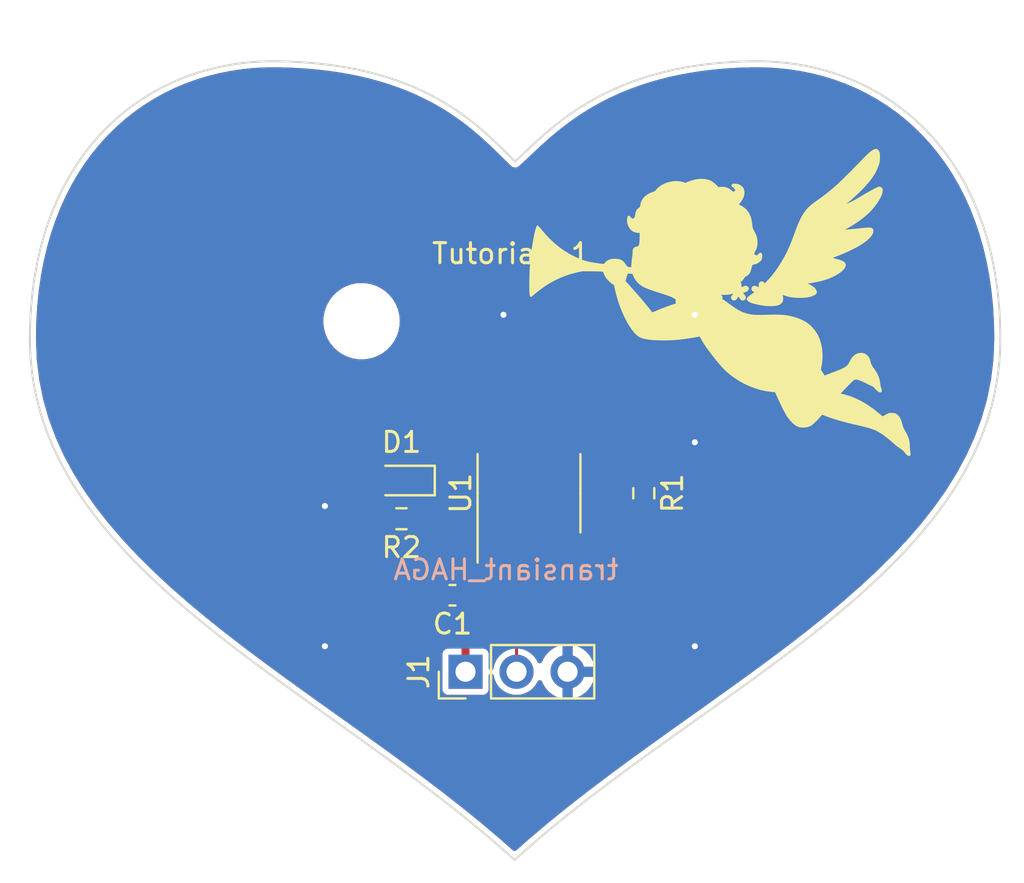
<source format=kicad_pcb>
(kicad_pcb (version 20211014) (generator pcbnew)
  (title_block (title "tutorial1") (rev "1") (company "Continuas_HAGA") (comment 1 "my first KiCad"))
  (layers (0 "F.Cu" signal) (31 "B.Cu" signal) (34 "B.Paste" user) (35 "F.Paste" user) (36 "B.SilkS" user "B.Silkscreen") (37 "F.SilkS" user "F.Silkscreen") (38 "B.Mask" user) (39 "F.Mask" user) (44 "Edge.Cuts" user))
  (net 0 "")
  (net 1 "/INPUT")
  (net 2 "Net-(J1-Pad2)")
  (net 3 "VCC")
  (net 4 "Net-(D1-Pad2)")
  (net 6 "Net-(D1-Pad1)")
  (net 10 "GND")
  (footprint "Resistor_SMD:R_0603_1608Metric_Pad0.98x0.95mm_HandSolder" (layer "F.Cu") (at 136.985 119.84 180)
    (fp_text reference "R2" (at 0 -1.43) (layer "F.SilkS"))
    (fp_text value "1k")
    (fp_line (start -0.254724 0.5225) (end 0.254724 0.5225) (layer "F.SilkS") (width 0.12))
    (fp_line (start -0.254724 -0.5225) (end 0.254724 -0.5225) (layer "F.SilkS") (width 0.12))
    (pad "1" smd roundrect (at -0.9125 0 180) (size 0.975 0.95) (layers "F.Cu" "F.Paste" "F.Mask") (net 3 "VCC"))
    (pad "2" smd roundrect (at 0.9125 0 180) (size 0.975 0.95) (layers "F.Cu" "F.Paste" "F.Mask") (net 4 "Net-(D1-Pad2)"))
  )
  (footprint "Capacitor_SMD:C_0603_1608Metric_Pad1.08x0.95mm_HandSolder" (layer "F.Cu") (at 139.525 123.65 180)
    (fp_text reference "C1" (at 0 -1.43) (layer "F.SilkS"))
    (fp_text value "0.01u")
    (fp_line (start -0.146267 0.51) (end 0.146267 0.51) (layer "F.SilkS") (width 0.12))
    (fp_line (start -0.146267 -0.51) (end 0.146267 -0.51) (layer "F.SilkS") (width 0.12))
    (pad "1" smd roundrect (at -0.8625 0 180) (size 1.075 0.95) (layers "F.Cu" "F.Paste" "F.Mask") (net 3 "VCC"))
    (pad "2" smd roundrect (at 0.8625 0 180) (size 1.075 0.95) (layers "F.Cu" "F.Paste" "F.Mask") (net 10 "GND"))
  )
  (footprint "MountingHole:MountingHole_3.2mm_M3" (layer "F.Cu") (at 135 110)
    (fp_text reference "MH1" hide)
    (fp_text value "MountingHole_3.2mm_M3" hide)
    (pad "" np_thru_hole circle locked (at 0 0) (size 3.2 3.2) (drill 3.2) (layers *.Cu *.Mask))
  )
  (footprint "LED_SMD:LED_0603_1608Metric_Pad1.05x0.95mm_HandSolder" (layer "F.Cu") (at 136.985 117.935 180)
    (fp_text reference "D1" (at 0 1.905) (layer "F.SilkS"))
    (fp_text value "LED")
    (fp_line (start -1.66 0.735) (end 0.8 0.735) (layer "F.SilkS") (width 0.12))
    (fp_line (start -1.66 -0.735) (end -1.66 0.735) (layer "F.SilkS") (width 0.12))
    (fp_line (start 0.8 -0.735) (end -1.66 -0.735) (layer "F.SilkS") (width 0.12))
    (pad "1" smd roundrect (at -0.875 0 180) (size 1.05 0.95) (layers "F.Cu" "F.Paste" "F.Mask") (net 6 "Net-(D1-Pad1)"))
    (pad "2" smd roundrect (at 0.875 0 180) (size 1.05 0.95) (layers "F.Cu" "F.Paste" "F.Mask") (net 4 "Net-(D1-Pad2)"))
  )
  (footprint "Connector_PinHeader_2.54mm:PinHeader_1x03_P2.54mm_Vertical" (layer "F.Cu") (at 140.175 127.46 90)
    (fp_text reference "J1" (at 0 -2.33 90) (layer "F.SilkS"))
    (fp_text value "Conn_01x03_Male")
    (fp_line (start -1.33 -1.33) (end 0 -1.33) (layer "F.SilkS") (width 0.12))
    (fp_line (start -1.33 6.41) (end 1.33 6.41) (layer "F.SilkS") (width 0.12))
    (fp_line (start -1.33 1.27) (end -1.33 6.41) (layer "F.SilkS") (width 0.12))
    (fp_line (start 1.33 1.27) (end 1.33 6.41) (layer "F.SilkS") (width 0.12))
    (fp_line (start -1.33 1.27) (end 1.33 1.27) (layer "F.SilkS") (width 0.12))
    (fp_line (start -1.33 0) (end -1.33 -1.33) (layer "F.SilkS") (width 0.12))
    (pad "1" thru_hole rect (at 0 0 90) (size 1.7 1.7) (drill 1) (layers *.Cu *.Mask) (net 3 "VCC"))
    (pad "2" thru_hole oval (at 0 2.54 90) (size 1.7 1.7) (drill 1) (layers *.Cu *.Mask) (net 2 "Net-(J1-Pad2)"))
    (pad "3" thru_hole oval (at 0 5.08 90) (size 1.7 1.7) (drill 1) (layers *.Cu *.Mask) (net 10 "GND"))
  )
  (footprint "Resistor_SMD:R_0603_1608Metric_Pad0.98x0.95mm_HandSolder" (layer "F.Cu") (at 149.05 118.57 -90)
    (fp_text reference "R1" (at 0 -1.43 90) (layer "F.SilkS"))
    (fp_text value "100")
    (fp_line (start -0.254724 0.5225) (end 0.254724 0.5225) (layer "F.SilkS") (width 0.12))
    (fp_line (start -0.254724 -0.5225) (end 0.254724 -0.5225) (layer "F.SilkS") (width 0.12))
    (pad "1" smd roundrect (at -0.9125 0 270) (size 0.975 0.95) (layers "F.Cu" "F.Paste" "F.Mask") (net 1 "/INPUT"))
    (pad "2" smd roundrect (at 0.9125 0 270) (size 0.975 0.95) (layers "F.Cu" "F.Paste" "F.Mask") (net 2 "Net-(J1-Pad2)"))
  )
  (footprint "LOGO" (layer "F.Cu") (at 153 109)
    (fp_text reference "G***" (at 0 0) (layer "F.SilkS") (effects (font (size 1.524 1.524) (thickness 0.3))))
    (fp_text value "LOGO" hide)
    (fp_poly (pts (xy -0.885988 -6.081074) (xy -0.733584 -6.045456) (xy -0.670196 -6.022476) (xy -0.600426 -5.990451) (xy -0.534912 -5.951654) (xy -0.468005 -5.902062) (xy -0.394055 -5.837653) (xy -0.343777 -5.790048) (xy -0.227553 -5.677507) (xy -0.170443 -5.687656) (xy -0.038169 -5.697929) (xy 0.093564 -5.68272) (xy 0.221459 -5.643072) (xy 0.342217 -5.580027) (xy 0.452541 -5.494628) (xy 0.458835 -5.488741) (xy 0.511004 -5.439427) (xy 0.539694 -5.466381) (xy 0.567924 -5.486124) (xy 0.590859 -5.493334) (xy 0.607725 -5.495315) (xy 0.611523 -5.505284) (xy 0.602355 -5.529279) (xy 0.591811 -5.550663) (xy 0.567932 -5.589691) (xy 0.538592 -5.626505) (xy 0.509903 -5.654375) (xy 0.487974 -5.666569) (xy 0.486496 -5.666667) (xy 0.465015 -5.676833) (xy 0.439865 -5.700813) (xy 0.419817 -5.728837) (xy 0.413333 -5.748202) (xy 0.42212 -5.787379) (xy 0.443879 -5.823805) (xy 0.47171 -5.846677) (xy 0.477533 -5.848709) (xy 0.521395 -5.853581) (xy 0.58201 -5.852092) (xy 0.650496 -5.845222) (xy 0.717968 -5.833946) (xy 0.775542 -5.819244) (xy 0.789355 -5.814389) (xy 0.870694 -5.771989) (xy 0.943977 -5.712762) (xy 1.002124 -5.643164) (xy 1.027725 -5.59706) (xy 1.051155 -5.519083) (xy 1.060944 -5.426947) (xy 1.057185 -5.329351) (xy 1.039967 -5.234996) (xy 1.023407 -5.184047) (xy 0.961863 -5.056739) (xy 0.882237 -4.938277) (xy 0.837341 -4.885327) (xy 0.807091 -4.850511) (xy 0.794146 -4.829054) (xy 0.796159 -4.816287) (xy 0.800756 -4.812484) (xy 0.820433 -4.800753) (xy 0.857005 -4.779623) (xy 0.904116 -4.752753) (xy 0.928862 -4.738746) (xy 1.055488 -4.656039) (xy 1.159693 -4.562869) (xy 1.2446 -4.456435) (xy 1.24605 -4.45426) (xy 1.306243 -4.354762) (xy 1.353983 -4.254113) (xy 1.391147 -4.146528) (xy 1.419613 -4.026221) (xy 1.441258 -3.887406) (xy 1.447575 -3.833334) (xy 1.454748 -3.767884) (xy 1.461337 -3.716881) (xy 1.469201 -3.674874) (xy 1.480203 -3.636413) (xy 1.496205 -3.596047) (xy 1.519067 -3.548327) (xy 1.550652 -3.487802) (xy 1.591918 -3.410704) (xy 1.644441 -3.300875) (xy 1.680218 -3.195409) (xy 1.701459 -3.085318) (xy 1.710373 -2.961618) (xy 1.710941 -2.926667) (xy 1.709483 -2.83443) (xy 1.702331 -2.75735) (xy 1.687453 -2.68707) (xy 1.662818 -2.615236) (xy 1.626395 -2.533492) (xy 1.60459 -2.489199) (xy 1.572579 -2.421777) (xy 1.5552 -2.37315) (xy 1.552811 -2.339585) (xy 1.565774 -2.317351) (xy 1.594448 -2.302715) (xy 1.623315 -2.295153) (xy 1.686666 -2.281471) (xy 1.753752 -2.347403) (xy 1.80415 -2.390638) (xy 1.845658 -2.410859) (xy 1.88157 -2.408769) (xy 1.915182 -2.385074) (xy 1.917675 -2.382474) (xy 1.936699 -2.345738) (xy 1.94613 -2.291363) (xy 1.946635 -2.226323) (xy 1.938878 -2.157594) (xy 1.923528 -2.092151) (xy 1.901248 -2.036969) (xy 1.881942 -2.008246) (xy 1.860931 -1.988923) (xy 1.824786 -1.960067) (xy 1.780423 -1.92714) (xy 1.768834 -1.918896) (xy 1.707352 -1.879385) (xy 1.650831 -1.853315) (xy 1.585943 -1.834721) (xy 1.575501 -1.83239) (xy 1.525682 -1.820607) (xy 1.486103 -1.80951) (xy 1.463967 -1.801161) (xy 1.462216 -1.799957) (xy 1.45463 -1.783653) (xy 1.442387 -1.747031) (xy 1.427233 -1.69566) (xy 1.412202 -1.640109) (xy 1.382746 -1.534881) (xy 1.353962 -1.452116) (xy 1.323383 -1.387798) (xy 1.288538 -1.337911) (xy 1.246958 -1.298436) (xy 1.196174 -1.265357) (xy 1.174886 -1.254102) (xy 1.130819 -1.228557) (xy 1.094993 -1.198291) (xy 1.059601 -1.15591) (xy 1.035962 -1.122521) (xy 0.983689 -1.054231) (xy 0.925731 -0.996669) (xy 0.856575 -0.945593) (xy 0.770706 -0.896759) (xy 0.695702 -0.860727) (xy 0.664944 -0.842011) (xy 0.655126 -0.820529) (xy 0.655702 -0.810612) (xy 0.673205 -0.778464) (xy 0.714683 -0.757418) (xy 0.779805 -0.747613) (xy 0.807675 -0.746864) (xy 0.856739 -0.744909) (xy 0.88817 -0.737667) (xy 0.910857 -0.722627) (xy 0.917675 -0.715808) (xy 0.938407 -0.685673) (xy 0.946666 -0.658302) (xy 0.935471 -0.627732) (xy 0.907027 -0.594973) (xy 0.869045 -0.567222) (xy 0.833333 -0.552535) (xy 0.794626 -0.537713) (xy 0.766666 -0.519705) (xy 0.696431 -0.469459) (xy 0.605713 -0.422262) (xy 0.500692 -0.380496) (xy 0.387542 -0.346545) (xy 0.272442 -0.322793) (xy 0.246666 -0.319065) (xy 0.113327 -0.309686) (xy -0.028135 -0.314175) (xy -0.165156 -0.331813) (xy -0.232951 -0.346569) (xy -0.336233 -0.365678) (xy -0.441417 -0.372694) (xy -0.445467 -0.372682) (xy -0.553334 -0.37203) (xy -0.469869 -0.33991) (xy -0.396277 -0.310062) (xy -0.324874 -0.277545) (xy -0.252706 -0.240536) (xy -0.17682 -0.197212) (xy -0.094263 -0.14575) (xy -0.00208 -0.084326) (xy 0.102681 -0.011117) (xy 0.222973 0.0757) (xy 0.325501 0.15109) (xy 0.461375 0.249735) (xy 0.58152 0.332538) (xy 0.689873 0.401666) (xy 0.790369 0.459289) (xy 0.886945 0.507574) (xy 0.983537 0.54869) (xy 1.084081 0.584806) (xy 1.151138 0.605941) (xy 1.220266 0.62569) (xy 1.287544 0.642318) (xy 1.355697 0.655983) (xy 1.427447 0.666841) (xy 1.505517 0.675051) (xy 1.59263 0.680769) (xy 1.691509 0.684152) (xy 1.804875 0.685358) (xy 1.935454 0.684544) (xy 2.085966 0.681867) (xy 2.259135 0.677484) (xy 2.346666 0.674952) (xy 2.536043 0.670919) (xy 2.703672 0.671097) (xy 2.854196 0.675873) (xy 2.992259 0.685632) (xy 3.122502 0.700761) (xy 3.249569 0.721646) (xy 3.378103 0.748675) (xy 3.454375 0.767121) (xy 3.681982 0.833999) (xy 3.887717 0.91479) (xy 4.072998 1.010419) (xy 4.239244 1.121811) (xy 4.387873 1.249891) (xy 4.520304 1.395586) (xy 4.614533 1.52394) (xy 4.674416 1.617005) (xy 4.722121 1.700601) (xy 4.763056 1.785302) (xy 4.802631 1.881683) (xy 4.817112 1.92) (xy 4.884718 2.139044) (xy 4.929362 2.369209) (xy 4.950874 2.607768) (xy 4.94908 2.851996) (xy 4.923811 3.099167) (xy 4.899834 3.235427) (xy 4.866068 3.402193) (xy 4.915683 3.48443) (xy 4.948898 3.538932) (xy 4.984408 3.596362) (xy 5.008812 3.635239) (xy 5.052326 3.703812) (xy 5.413516 3.565383) (xy 5.550489 3.512692) (xy 5.665144 3.468063) (xy 5.760171 3.430307) (xy 5.838263 3.398238) (xy 5.902113 3.370667) (xy 5.954412 3.346407) (xy 5.997853 3.32427) (xy 6.035127 3.303069) (xy 6.068928 3.281615) (xy 6.090912 3.26655) (xy 6.141484 3.22908) (xy 6.181811 3.193225) (xy 6.216097 3.153528) (xy 6.248547 3.10453) (xy 6.283364 3.040777) (xy 6.316786 2.973333) (xy 6.388985 2.847149) (xy 6.471891 2.744402) (xy 6.564896 2.665517) (xy 6.667386 2.610922) (xy 6.778753 2.581041) (xy 6.88652 2.575653) (xy 6.977854 2.586407) (xy 7.054646 2.612016) (xy 7.125018 2.656142) (xy 7.185242 2.710328) (xy 7.252049 2.788911) (xy 7.299316 2.873352) (xy 7.33146 2.972072) (xy 7.337913 3.001249) (xy 7.353373 3.069815) (xy 7.370743 3.127162) (xy 7.393178 3.179733) (xy 7.423829 3.233975) (xy 7.465849 3.296333) (xy 7.515171 3.363621) (xy 7.621097 3.518203) (xy 7.703224 3.668216) (xy 7.763083 3.817417) (xy 7.802208 3.969562) (xy 7.821054 4.113333) (xy 7.83431 4.214124) (xy 7.859185 4.304134) (xy 7.869727 4.332034) (xy 7.894763 4.409905) (xy 7.901286 4.471096) (xy 7.88948 4.514774) (xy 7.859532 4.54011) (xy 7.8217 4.546616) (xy 7.783467 4.540763) (xy 7.741899 4.521804) (xy 7.693759 4.487506) (xy 7.635813 4.435635) (xy 7.58 4.379756) (xy 7.473333 4.269438) (xy 7.146666 4.108393) (xy 7.021932 4.047907) (xy 6.917468 3.999721) (xy 6.830414 3.962863) (xy 6.757909 3.936361) (xy 6.697095 3.919243) (xy 6.64511 3.910539) (xy 6.599095 3.909277) (xy 6.56927 3.912245) (xy 6.549395 3.916406) (xy 6.529729 3.924209) (xy 6.507376 3.938058) (xy 6.47944 3.960356) (xy 6.443026 3.993508) (xy 6.395239 4.039916) (xy 6.333182 4.101984) (xy 6.298445 4.137066) (xy 6.227842 4.208873) (xy 6.155286 4.283347) (xy 6.085738 4.355346) (xy 6.024161 4.419727) (xy 5.975518 4.47135) (xy 5.968161 4.479277) (xy 5.851663 4.605222) (xy 6.015831 4.641371) (xy 6.203845 4.69161) (xy 6.403569 4.761383) (xy 6.61095 4.848713) (xy 6.821937 4.951628) (xy 7.032474 5.06815) (xy 7.238511 5.196306) (xy 7.433333 5.332153) (xy 7.491774 5.37623) (xy 7.563249 5.431512) (xy 7.640293 5.49215) (xy 7.71544 5.552294) (xy 7.746666 5.577653) (xy 7.806292 5.626289) (xy 7.859231 5.669366) (xy 7.90182 5.703913) (xy 7.930396 5.726956) (xy 7.940755 5.735148) (xy 7.958579 5.733573) (xy 7.990397 5.71794) (xy 8.020755 5.69793) (xy 8.069189 5.666098) (xy 8.12779 5.632067) (xy 8.173333 5.608437) (xy 8.216281 5.588862) (xy 8.25234 5.576563) (xy 8.290274 5.569877) (xy 8.338845 5.56714) (xy 8.393333 5.566676) (xy 8.457303 5.567414) (xy 8.502692 5.5706) (xy 8.537564 5.577707) (xy 8.569987 5.59021) (xy 8.597521 5.604001) (xy 8.680944 5.658717) (xy 8.751659 5.729364) (xy 8.811234 5.818354) (xy 8.86124 5.9281) (xy 8.903245 6.061016) (xy 8.908824 6.082592) (xy 8.935086 6.180785) (xy 8.960666 6.261002) (xy 8.988973 6.331618) (xy 9.023414 6.401008) (xy 9.067397 6.477548) (xy 9.073897 6.488302) (xy 9.146242 6.618289) (xy 9.204912 6.749657) (xy 9.24779 6.869831) (xy 9.261289 6.914398) (xy 9.271417 6.956749) (xy 9.27892 7.002653) (xy 9.284548 7.057879) (xy 9.289049 7.128196) (xy 9.293169 7.219374) (xy 9.293194 7.22) (xy 9.297187 7.300821) (xy 9.302232 7.375494) (xy 9.307862 7.438654) (xy 9.313612 7.484936) (xy 9.318104 7.506578) (xy 9.331652 7.569147) (xy 9.332019 7.627624) (xy 9.319671 7.674383) (xy 9.306666 7.693333) (xy 9.27778 7.714169) (xy 9.245934 7.717249) (xy 9.2044 7.70238) (xy 9.18062 7.689704) (xy 9.141235 7.660531) (xy 9.101164 7.620413) (xy 9.08482 7.599923) (xy 9.033594 7.53242) (xy 8.983657 7.476137) (xy 8.928836 7.4254) (xy 8.862953 7.374535) (xy 8.779834 7.317868) (xy 8.772845 7.313299) (xy 8.598023 7.186174) (xy 8.446178 7.053856) (xy 8.333083 6.952015) (xy 8.210515 6.85017) (xy 8.082899 6.751482) (xy 7.95466 6.659114) (xy 7.830222 6.576228) (xy 7.714012 6.505986) (xy 7.610454 6.451549) (xy 7.590253 6.442208) (xy 7.513688 6.409813) (xy 7.429402 6.378247) (xy 7.334713 6.346745) (xy 7.226937 6.314539) (xy 7.103393 6.280864) (xy 6.961399 6.244952) (xy 6.798273 6.206036) (xy 6.626775 6.166821) (xy 6.415425 6.117577) (xy 6.20435 6.065157) (xy 5.997025 6.010569) (xy 5.796923 5.954826) (xy 5.607519 5.898936) (xy 5.432289 5.843909) (xy 5.274705 5.790756) (xy 5.138243 5.740487) (xy 5.08 5.717155) (xy 5.025703 5.694751) (xy 4.980242 5.676119) (xy 4.949504 5.663667) (xy 4.94 5.659951) (xy 4.926954 5.667783) (xy 4.900372 5.692575) (xy 4.863762 5.730774) (xy 4.82063 5.77883) (xy 4.806666 5.794961) (xy 4.725753 5.885941) (xy 4.642748 5.973339) (xy 4.561684 6.05325) (xy 4.486599 6.121767) (xy 4.421528 6.174984) (xy 4.393106 6.195235) (xy 4.294458 6.24696) (xy 4.180309 6.280821) (xy 4.048449 6.297377) (xy 3.98 6.299337) (xy 3.88082 6.295827) (xy 3.798125 6.283017) (xy 3.722553 6.258164) (xy 3.644739 6.218524) (xy 3.591542 6.1855) (xy 3.521491 6.132513) (xy 3.443764 6.061193) (xy 3.363214 5.976749) (xy 3.284696 5.884386) (xy 3.213065 5.789313) (xy 3.188114 5.752731) (xy 3.132476 5.663009) (xy 3.068419 5.549806) (xy 2.996736 5.414667) (xy 2.918218 5.259136) (xy 2.833661 5.084759) (xy 2.743855 4.893079) (xy 2.71947 4.84) (xy 2.68169 4.757454) (xy 2.647799 4.683435) (xy 2.619307 4.621235) (xy 2.597722 4.574147) (xy 2.584552 4.545464) (xy 2.581094 4.537988) (xy 2.568206 4.536141) (xy 2.533714 4.532514) (xy 2.482583 4.527597) (xy 2.41978 4.521881) (xy 2.406666 4.520721) (xy 2.132114 4.484171) (xy 1.853839 4.423186) (xy 1.575134 4.339057) (xy 1.299293 4.233075) (xy 1.029608 4.106534) (xy 0.769372 3.960723) (xy 0.521879 3.796935) (xy 0.475874 3.763377) (xy 0.359031 3.674355) (xy 0.25194 3.587101) (xy 0.151149 3.498156) (xy 0.05321 3.404066) (xy -0.04533 3.301374) (xy -0.147921 3.186623) (xy -0.258012 3.056357) (xy -0.379055 2.907121) (xy -0.379418 2.906666) (xy -0.505853 2.747255) (xy -0.616405 2.605402) (xy -0.712809 2.478646) (xy -0.796798 2.364525) (xy -0.870108 2.260579) (xy -0.934473 2.164346) (xy -0.991627 2.073365) (xy -1.043303 1.985176) (xy -1.091238 1.897316) (xy -1.092816 1.894318) (xy -1.126597 1.832337) (xy -1.151714 1.792061) (xy -1.170145 1.770741) (xy -1.183866 1.765631) (xy -1.185209 1.765952) (xy -1.211408 1.771994) (xy -1.259738 1.78127) (xy -1.325954 1.793088) (xy -1.405812 1.806758) (xy -1.495067 1.821587) (xy -1.589473 1.836883) (xy -1.684787 1.851955) (xy -1.776762 1.86611) (xy -1.861155 1.878657) (xy -1.933721 1.888905) (xy -1.965176 1.89307) (xy -2.177584 1.918271) (xy -2.373244 1.936812) (xy -2.561097 1.94919) (xy -2.750084 1.955903) (xy -2.949144 1.957447) (xy -3.093334 1.955825) (xy -3.24443 1.952427) (xy -3.374181 1.947663) (xy -3.487894 1.941043) (xy -3.590876 1.932075) (xy -3.688435 1.920269) (xy -3.785878 1.905134) (xy -3.888511 1.886178) (xy -3.924909 1.878902) (xy -4.044701 1.847016) (xy -4.151726 1.801224) (xy -4.250892 1.738466) (xy -4.347106 1.655683) (xy -4.436552 1.56) (xy -4.557207 1.406783) (xy -4.67611 1.229911) (xy -4.791955 1.032392) (xy -4.903436 0.817233) (xy -5.009247 0.587442) (xy -5.108082 0.346027) (xy -5.198635 0.095995) (xy -5.279599 -0.159646) (xy -5.349669 -0.417888) (xy -5.407539 -0.675724) (xy -5.407698 -0.676517) (xy -5.43232 -0.799699) (xy -5.512827 -0.848989) (xy -5.569955 -0.889955) (xy -5.636 -0.946722) (xy -5.693791 -1.002434) (xy -4.858343 -1.002434) (xy -4.792505 -0.928934) (xy -4.765904 -0.899237) (xy -4.724629 -0.853161) (xy -4.671801 -0.794186) (xy -4.610538 -0.725797) (xy -4.54396 -0.651475) (xy -4.477887 -0.577717) (xy -4.286622 -0.36208) (xy -4.111383 -0.159926) (xy -3.948423 0.033158) (xy -3.793998 0.221586) (xy -3.702817 0.335587) (xy -3.650566 0.401328) (xy -3.604087 0.459453) (xy -3.56585 0.506903) (xy -3.538325 0.540617) (xy -3.523982 0.557534) (xy -3.522532 0.558921) (xy -3.509479 0.554351) (xy -3.476402 0.541058) (xy -3.427761 0.520879) (xy -3.368018 0.495651) (xy -3.342532 0.48478) (xy -3.14002 0.400113) (xy -2.946155 0.322916) (xy -2.76361 0.25415) (xy -2.595056 0.19477) (xy -2.443165 0.145735) (xy -2.31061 0.108003) (xy -2.249531 0.093012) (xy -2.195327 0.080205) (xy -2.152919 0.06941) (xy -2.127601 0.06202) (xy -2.122864 0.059636) (xy -2.138395 0.048944) (xy -2.172323 0.027591) (xy -2.220007 -0.001647) (xy -2.276808 -0.035999) (xy -2.338086 -0.07269) (xy -2.399201 -0.108947) (xy -2.455515 -0.141997) (xy -2.502386 -0.169064) (xy -2.535176 -0.187377) (xy -2.542516 -0.19123) (xy -2.585366 -0.210937) (xy -2.644354 -0.23464) (xy -2.721053 -0.262885) (xy -2.817033 -0.296216) (xy -2.933866 -0.335179) (xy -3.073124 -0.380319) (xy -3.236379 -0.432181) (xy -3.245568 -0.435076) (xy -3.420787 -0.491318) (xy -3.572639 -0.542581) (xy -3.70369 -0.59008) (xy -3.816511 -0.635032) (xy -3.91367 -0.678653) (xy -3.997735 -0.722158) (xy -4.071275 -0.766765) (xy -4.13686 -0.81369) (xy -4.197056 -0.864148) (xy -4.242104 -0.906922) (xy -4.30963 -0.982777) (xy -4.374478 -1.071119) (xy -4.430925 -1.163228) (xy -4.473248 -1.250384) (xy -4.481328 -1.271422) (xy -4.51193 -1.356752) (xy -4.591255 -1.365043) (xy -4.642476 -1.369642) (xy -4.689409 -1.372608) (xy -4.711956 -1.373233) (xy -4.725675 -1.373267) (xy -4.736642 -1.371396) (xy -4.746164 -1.364543) (xy -4.755546 -1.349631) (xy -4.766094 -1.323585) (xy -4.779113 -1.283329) (xy -4.795908 -1.225785) (xy -4.817785 -1.147878) (xy -4.837295 -1.077884) (xy -4.858343 -1.002434) (xy -5.693791 -1.002434) (xy -5.704831 -1.013077) (xy -5.770312 -1.082809) (xy -5.826313 -1.149704) (xy -5.866514 -1.207243) (xy -5.896975 -1.264583) (xy -5.926447 -1.330262) (xy -5.94244 -1.372563) (xy -5.958665 -1.418679) (xy -5.972193 -1.445731) (xy -5.988577 -1.460017) (xy -6.013368 -1.467832) (xy -6.029259 -1.471013) (xy -6.056075 -1.473695) (xy -6.105991 -1.476277) (xy -6.175442 -1.478667) (xy -6.260863 -1.480774) (xy -6.358688 -1.482506) (xy -6.465351 -1.483771) (xy -6.546667 -1.484347) (xy -7.006667 -1.486667) (xy -7.206667 -1.443999) (xy -7.49619 -1.373943) (xy -7.769153 -1.290172) (xy -8.033259 -1.190038) (xy -8.296209 -1.070895) (xy -8.305219 -1.066479) (xy -8.477834 -0.977946) (xy -8.641222 -0.885928) (xy -8.800154 -0.787253) (xy -8.9594 -0.678753) (xy -9.123729 -0.557257) (xy -9.297911 -0.419594) (xy -9.38 -0.352173) (xy -9.448531 -0.295672) (xy -9.499794 -0.2548) (xy -9.536834 -0.227906) (xy -9.562693 -0.213338) (xy -9.580412 -0.209444) (xy -9.593034 -0.214571) (xy -9.603602 -0.227068) (xy -9.605392 -0.229775) (xy -9.618226 -0.256555) (xy -9.628807 -0.295084) (xy -9.637243 -0.347273) (xy -9.643641 -0.415037) (xy -9.64811 -0.50029) (xy -9.650756 -0.604944) (xy -9.651687 -0.730913) (xy -9.651011 -0.88011) (xy -9.649445 -1.013334) (xy -9.644207 -1.267231) (xy -9.635686 -1.501581) (xy -9.623344 -1.72336) (xy -9.606643 -1.939544) (xy -9.585045 -2.157112) (xy -9.558012 -2.38304) (xy -9.525627 -2.62) (xy -9.496942 -2.810538) (xy -9.467435 -2.989386) (xy -9.437532 -3.154592) (xy -9.407657 -3.304202) (xy -9.378237 -3.436264) (xy -9.349696 -3.548824) (xy -9.32246 -3.639928) (xy -9.296956 -3.707624) (xy -9.282384 -3.736667) (xy -9.260618 -3.762405) (xy -9.238083 -3.773331) (xy -9.237781 -3.773334) (xy -9.220512 -3.763243) (xy -9.190617 -3.735274) (xy -9.151472 -3.692879) (xy -9.106454 -3.639511) (xy -9.10415 -3.636667) (xy -8.876622 -3.368293) (xy -8.647924 -3.125098) (xy -8.416211 -2.905603) (xy -8.179639 -2.70833) (xy -7.936363 -2.5318) (xy -7.68454 -2.374534) (xy -7.422325 -2.235053) (xy -7.26468 -2.161689) (xy -7.150666 -2.112749) (xy -7.044672 -2.070916) (xy -6.942113 -2.034979) (xy -6.838405 -2.003726) (xy -6.728963 -1.975948) (xy -6.609203 -1.950434) (xy -6.474539 -1.925971) (xy -6.320387 -1.901351) (xy -6.225835 -1.887333) (xy -6.125973 -1.873128) (xy -6.049583 -1.863055) (xy -5.993825 -1.856904) (xy -5.955858 -1.854467) (xy -5.932845 -1.855534) (xy -5.921944 -1.859895) (xy -5.92 -1.86479) (xy -5.910512 -1.884771) (xy -5.885759 -1.915742) (xy -5.851313 -1.952051) (xy -5.812743 -1.988043) (xy -5.77562 -2.018063) (xy -5.756461 -2.030796) (xy -5.665742 -2.071394) (xy -5.558492 -2.09889) (xy -5.441731 -2.112687) (xy -5.322483 -2.112189) (xy -5.207769 -2.096798) (xy -5.150887 -2.0823) (xy -5.076916 -2.054926) (xy -5.014561 -2.01956) (xy -4.958351 -1.971717) (xy -4.902816 -1.90691) (xy -4.855191 -1.839826) (xy -4.814793 -1.781063) (xy -4.782963 -1.741134) (xy -4.754093 -1.716284) (xy -4.722576 -1.702761) (xy -4.682805 -1.69681) (xy -4.638716 -1.694911) (xy -4.577432 -1.693334) (xy -4.568587 -1.850001) (xy -4.562225 -1.932622) (xy -4.552328 -2.027087) (xy -4.540497 -2.119069) (xy -4.533208 -2.166667) (xy -4.522244 -2.242705) (xy -4.513485 -2.322339) (xy -4.507997 -2.394699) (xy -4.50667 -2.437095) (xy -4.50433 -2.498642) (xy -4.49805 -2.552705) (xy -4.488936 -2.589929) (xy -4.48848 -2.591051) (xy -4.454214 -2.643822) (xy -4.403839 -2.686453) (xy -4.346597 -2.711503) (xy -4.336275 -2.713571) (xy -4.281927 -2.723031) (xy -4.247399 -2.731844) (xy -4.226049 -2.742683) (xy -4.211236 -2.758216) (xy -4.205861 -2.766026) (xy -4.190419 -2.802194) (xy -4.17801 -2.85964) (xy -4.168486 -2.939646) (xy -4.1617 -3.043497) (xy -4.157503 -3.172477) (xy -4.157188 -3.188516) (xy -4.153334 -3.397031) (xy -4.261444 -3.402693) (xy -4.371264 -3.418967) (xy -4.468353 -3.456836) (xy -4.557301 -3.518369) (xy -4.594126 -3.552555) (xy -4.652629 -3.623487) (xy -4.705895 -3.710888) (xy -4.748483 -3.804563) (xy -4.774046 -3.889833) (xy -4.783505 -3.960027) (xy -4.785171 -4.035396) (xy -4.779688 -4.108543) (xy -4.767698 -4.172072) (xy -4.749845 -4.218586) (xy -4.744774 -4.226377) (xy -4.715896 -4.254269) (xy -4.685933 -4.258301) (xy -4.651884 -4.23804) (xy -4.62383 -4.208958) (xy -4.580146 -4.158399) (xy -4.548868 -4.126147) (xy -4.524891 -4.110393) (xy -4.503114 -4.109328) (xy -4.478435 -4.121145) (xy -4.445751 -4.144034) (xy -4.444078 -4.145247) (xy -4.416833 -4.166165) (xy -4.400312 -4.185228) (xy -4.391022 -4.210284) (xy -4.385472 -4.249183) (xy -4.382351 -4.284013) (xy -4.363286 -4.399206) (xy -4.327591 -4.49881) (xy -4.276529 -4.580451) (xy -4.211366 -4.641756) (xy -4.182405 -4.659638) (xy -4.156788 -4.675494) (xy -4.142071 -4.693643) (xy -4.134043 -4.722422) (xy -4.128945 -4.765433) (xy -4.103344 -4.896253) (xy -4.053512 -5.018135) (xy -3.980815 -5.129622) (xy -3.886621 -5.229253) (xy -3.772294 -5.31557) (xy -3.639201 -5.387115) (xy -3.497476 -5.439813) (xy -3.445264 -5.457077) (xy -3.409632 -5.47456) (xy -3.381177 -5.49848) (xy -3.350495 -5.535051) (xy -3.347444 -5.538993) (xy -3.254245 -5.640453) (xy -3.139732 -5.73302) (xy -3.008541 -5.813931) (xy -2.865311 -5.880424) (xy -2.71468 -5.929737) (xy -2.675379 -5.93929) (xy -2.51338 -5.969404) (xy -2.366034 -5.982391) (xy -2.227464 -5.97814) (xy -2.091789 -5.956537) (xy -1.979018 -5.925937) (xy -1.876899 -5.893526) (xy -1.795117 -5.92859) (xy -1.599226 -6.0027) (xy -1.408703 -6.055143) (xy -1.225213 -6.085779) (xy -1.05042 -6.094469)) (layer "F.SilkS") (width 0) (fill solid))
    (fp_poly (pts (xy 7.680564 -7.566544) (xy 7.727472 -7.524476) (xy 7.768467 -7.457795) (xy 7.783227 -7.426573) (xy 7.793591 -7.399269) (xy 7.80033 -7.370254) (xy 7.804217 -7.333901) (xy 7.80602 -7.28458) (xy 7.806511 -7.216664) (xy 7.80651 -7.18) (xy 7.805722 -7.093404) (xy 7.80304 -7.026252) (xy 7.797761 -6.971351) (xy 7.789179 -6.921506) (xy 7.77659 -6.869522) (xy 7.775824 -6.866667) (xy 7.727196 -6.711304) (xy 7.664988 -6.557733) (xy 7.587941 -6.40412) (xy 7.494794 -6.248633) (xy 7.384285 -6.089438) (xy 7.255154 -5.924702) (xy 7.10614 -5.752591) (xy 6.935982 -5.571273) (xy 6.7714 -5.406211) (xy 6.661977 -5.300966) (xy 6.552131 -5.198844) (xy 6.445876 -5.103409) (xy 6.347224 -5.018227) (xy 6.26019 -4.946859) (xy 6.214044 -4.911277) (xy 6.180206 -4.884807) (xy 6.157919 -4.865018) (xy 6.152131 -4.856758) (xy 6.16634 -4.859424) (xy 6.199841 -4.872226) (xy 6.248213 -4.893102) (xy 6.307035 -4.91999) (xy 6.371885 -4.950828) (xy 6.438342 -4.983555) (xy 6.501985 -5.016108) (xy 6.555918 -5.045055) (xy 6.603954 -5.072227) (xy 6.669998 -5.110415) (xy 6.749257 -5.156804) (xy 6.836938 -5.208577) (xy 6.928249 -5.262919) (xy 7.000382 -5.306166) (xy 7.097358 -5.36366) (xy 7.200442 -5.423284) (xy 7.303407 -5.481539) (xy 7.400028 -5.534928) (xy 7.484077 -5.579952) (xy 7.527275 -5.602198) (xy 7.604394 -5.640773) (xy 7.662 -5.668607) (xy 7.704263 -5.687207) (xy 7.735356 -5.698081) (xy 7.759453 -5.702735) (xy 7.780726 -5.702677) (xy 7.798633 -5.700231) (xy 7.853703 -5.6818) (xy 7.898024 -5.652996) (xy 7.91859 -5.633314) (xy 7.930988 -5.614733) (xy 7.93723 -5.590022) (xy 7.939326 -5.551949) (xy 7.939354 -5.504397) (xy 7.937022 -5.439264) (xy 7.929162 -5.385943) (xy 7.91317 -5.331272) (xy 7.896139 -5.286153) (xy 7.839711 -5.16316) (xy 7.764345 -5.028761) (xy 7.672793 -4.887061) (xy 7.567806 -4.742168) (xy 7.452138 -4.598186) (xy 7.378206 -4.513334) (xy 7.26835 -4.400166) (xy 7.137534 -4.280776) (xy 6.989811 -4.158186) (xy 6.829232 -4.035417) (xy 6.659852 -3.91549) (xy 6.485724 -3.801426) (xy 6.3109 -3.696247) (xy 6.198516 -3.633919) (xy 6.06 -3.55984) (xy 6.133333 -3.566591) (xy 6.175567 -3.570316) (xy 6.236254 -3.575458) (xy 6.307259 -3.581337) (xy 6.38 -3.587236) (xy 6.447524 -3.593072) (xy 6.534297 -3.601209) (xy 6.633074 -3.610931) (xy 6.736607 -3.621523) (xy 6.837652 -3.632269) (xy 6.852589 -3.633899) (xy 6.986971 -3.647996) (xy 7.09781 -3.657966) (xy 7.187935 -3.663641) (xy 7.260174 -3.664859) (xy 7.317355 -3.661452) (xy 7.362306 -3.653258) (xy 7.397855 -3.640109) (xy 7.426831 -3.621842) (xy 7.451445 -3.598956) (xy 7.471578 -3.56054) (xy 7.480084 -3.506411) (xy 7.47669 -3.444983) (xy 7.461124 -3.384669) (xy 7.458587 -3.378295) (xy 7.40388 -3.276946) (xy 7.322883 -3.173056) (xy 7.215836 -3.066801) (xy 7.082976 -2.958358) (xy 6.924544 -2.847902) (xy 6.740776 -2.73561) (xy 6.531913 -2.621656) (xy 6.298192 -2.506218) (xy 6.237642 -2.47795) (xy 6.145135 -2.436106) (xy 6.043546 -2.391677) (xy 5.937956 -2.346753) (xy 5.833444 -2.303425) (xy 5.735092 -2.263784) (xy 5.64798 -2.229919) (xy 5.577188 -2.203922) (xy 5.546666 -2.193612) (xy 5.505122 -2.179335) (xy 5.474342 -2.167042) (xy 5.463449 -2.161145) (xy 5.471808 -2.154723) (xy 5.501635 -2.143381) (xy 5.548513 -2.128595) (xy 5.608021 -2.111839) (xy 5.623449 -2.107751) (xy 5.758568 -2.069512) (xy 5.868776 -2.031636) (xy 5.955785 -1.993009) (xy 6.021311 -1.95252) (xy 6.067067 -1.909056) (xy 6.094768 -1.861505) (xy 6.106128 -1.808755) (xy 6.106616 -1.79421) (xy 6.093841 -1.723131) (xy 6.05622 -1.647733) (xy 5.995008 -1.569169) (xy 5.91146 -1.488589) (xy 5.806831 -1.407144) (xy 5.682375 -1.325986) (xy 5.539346 -1.246265) (xy 5.473333 -1.213145) (xy 5.329744 -1.147941) (xy 5.184007 -1.09172) (xy 5.028024 -1.041637) (xy 4.853698 -0.994845) (xy 4.848562 -0.993577) (xy 4.788095 -0.979645) (xy 4.712819 -0.963786) (xy 4.628014 -0.946956) (xy 4.538956 -0.930116) (xy 4.450922 -0.914224) (xy 4.36919 -0.900237) (xy 4.299037 -0.889114) (xy 4.245741 -0.881813) (xy 4.22 -0.879423) (xy 4.224174 -0.874122) (xy 4.24772 -0.860784) (xy 4.285642 -0.842219) (xy 4.288554 -0.840867) (xy 4.397258 -0.783374) (xy 4.49066 -0.719466) (xy 4.566522 -0.651438) (xy 4.622606 -0.581586) (xy 4.656674 -0.512204) (xy 4.666666 -0.4531) (xy 4.659933 -0.402894) (xy 4.637397 -0.361447) (xy 4.595551 -0.324508) (xy 4.530892 -0.287824) (xy 4.530045 -0.287408) (xy 4.423298 -0.241956) (xy 4.308747 -0.207285) (xy 4.18274 -0.182833) (xy 4.041626 -0.168031) (xy 3.881753 -0.162316) (xy 3.733333 -0.164035) (xy 3.595311 -0.169908) (xy 3.476443 -0.179702) (xy 3.369355 -0.194619) (xy 3.266673 -0.215863) (xy 3.161023 -0.244635) (xy 3.078398 -0.270881) (xy 2.950129 -0.313538) (xy 2.969706 -0.260103) (xy 2.983565 -0.202219) (xy 2.989418 -0.133167) (xy 2.98724 -0.063652) (xy 2.977004 -0.004382) (xy 2.97036 0.014734) (xy 2.92449 0.087908) (xy 2.856054 0.148579) (xy 2.766518 0.195802) (xy 2.657348 0.228633) (xy 2.630251 0.233935) (xy 2.560442 0.24268) (xy 2.471863 0.248242) (xy 2.372227 0.250557) (xy 2.269247 0.249559) (xy 2.170635 0.245185) (xy 2.093333 0.23846) (xy 1.997744 0.225468) (xy 1.89146 0.207504) (xy 1.779945 0.185805) (xy 1.668663 0.161609) (xy 1.563078 0.136153) (xy 1.468654 0.110677) (xy 1.390856 0.086417) (xy 1.344404 0.06878) (xy 1.280339 0.03441) (xy 1.227573 -0.006778) (xy 1.190585 -0.050371) (xy 1.173854 -0.091958) (xy 1.173333 -0.099754) (xy 1.175962 -0.126601) (xy 1.185681 -0.152119) (xy 1.20524 -0.179157) (xy 1.237389 -0.210567) (xy 1.284877 -0.249198) (xy 1.350453 -0.297901) (xy 1.395923 -0.33051) (xy 1.662818 -0.53024) (xy 1.906555 -0.733858) (xy 2.13031 -0.944871) (xy 2.337258 -1.166787) (xy 2.530574 -1.403115) (xy 2.713434 -1.657363) (xy 2.889014 -1.933038) (xy 2.967441 -2.066667) (xy 3.053155 -2.220211) (xy 3.132593 -2.371285) (xy 3.207626 -2.524101) (xy 3.280129 -2.68287) (xy 3.351974 -2.851804) (xy 3.425033 -3.035116) (xy 3.50118 -3.237018) (xy 3.560307 -3.4) (xy 3.634187 -3.601313) (xy 3.703781 -3.779459) (xy 3.770548 -3.937314) (xy 3.835947 -4.077751) (xy 3.901436 -4.203645) (xy 3.968475 -4.31787) (xy 4.038523 -4.423301) (xy 4.113039 -4.522813) (xy 4.158392 -4.578369) (xy 4.217092 -4.644477) (xy 4.281139 -4.708663) (xy 4.354115 -4.773981) (xy 4.439605 -4.843484) (xy 4.443818 -4.846667) (xy 6.12 -4.846667) (xy 6.126666 -4.84) (xy 6.133333 -4.846667) (xy 6.126666 -4.853334) (xy 6.12 -4.846667) (xy 4.443818 -4.846667) (xy 4.541191 -4.920226) (xy 4.658129 -5.00421) (xy 4.803966 -5.107807) (xy 4.93241 -5.200933) (xy 5.048485 -5.287565) (xy 5.157213 -5.371677) (xy 5.263616 -5.457245) (xy 5.372717 -5.548245) (xy 5.489539 -5.648653) (xy 5.619104 -5.762443) (xy 5.64456 -5.785002) (xy 5.709445 -5.844029) (xy 5.79042 -5.920089) (xy 5.88519 -6.010902) (xy 5.991458 -6.114189) (xy 6.106928 -6.227668) (xy 6.229305 -6.349059) (xy 6.356292 -6.476081) (xy 6.485592 -6.606455) (xy 6.614911 -6.737899) (xy 6.741951 -6.868134) (xy 6.864416 -6.994879) (xy 6.897664 -7.029526) (xy 7.014148 -7.149668) (xy 7.11561 -7.251038) (xy 7.204045 -7.335391) (xy 7.281449 -7.404487) (xy 7.349819 -7.460082) (xy 7.411149 -7.503935) (xy 7.467435 -7.537803) (xy 7.485462 -7.547197) (xy 7.561671 -7.577237) (xy 7.626001 -7.583909)) (layer "F.SilkS") (width 0) (fill solid))
  )
  (footprint "Package_SO:SOIC-8_3.9x4.9mm_P1.27mm" (layer "F.Cu") (at 143.335 118.57 90)
    (fp_text reference "U1" (at 0 -3.4 90) (layer "F.SilkS"))
    (fp_text value "PIC12C508A-ISN")
    (fp_line (start 0 2.56) (end 1.95 2.56) (layer "F.SilkS") (width 0.12))
    (fp_line (start 0 2.56) (end -1.95 2.56) (layer "F.SilkS") (width 0.12))
    (fp_line (start 0 -2.56) (end -3.45 -2.56) (layer "F.SilkS") (width 0.12))
    (fp_line (start 0 -2.56) (end 1.95 -2.56) (layer "F.SilkS") (width 0.12))
    (pad "1" smd roundrect (at -2.475 -1.905 90) (size 1.95 0.6) (layers "F.Cu" "F.Paste" "F.Mask") (net 3 "VCC"))
    (pad "2" smd roundrect (at -2.475 -0.635 90) (size 1.95 0.6) (layers "F.Cu" "F.Paste" "F.Mask"))
    (pad "3" smd roundrect (at -2.475 0.635 90) (size 1.95 0.6) (layers "F.Cu" "F.Paste" "F.Mask") (net 1 "/INPUT"))
    (pad "4" smd roundrect (at -2.475 1.905 90) (size 1.95 0.6) (layers "F.Cu" "F.Paste" "F.Mask") (net 6 "Net-(D1-Pad1)"))
    (pad "5" smd roundrect (at 2.475 1.905 90) (size 1.95 0.6) (layers "F.Cu" "F.Paste" "F.Mask"))
    (pad "6" smd roundrect (at 2.475 0.635 90) (size 1.95 0.6) (layers "F.Cu" "F.Paste" "F.Mask"))
    (pad "7" smd roundrect (at 2.475 -0.635 90) (size 1.95 0.6) (layers "F.Cu" "F.Paste" "F.Mask"))
    (pad "8" smd roundrect (at 2.475 -1.905 90) (size 1.95 0.6) (layers "F.Cu" "F.Paste" "F.Mask") (net 10 "GND"))
  )
  (gr_curve (pts (xy 166.799413 110.866017) (xy 166.799413 101.862451) (xy 161.188838 96.92898) (xy 154.40392 97.052244)) (layer "Edge.Cuts") (width 0.1))
  (gr_curve (pts (xy 142.617748 136.835986) (xy 152.075483 128.202341) (xy 166.799413 122.423952) (xy 166.799413 110.866017)) (layer "Edge.Cuts") (width 0.1))
  (gr_curve (pts (xy 142.644382 102.040833) (xy 140.906433 100.366787) (xy 138.243826 97.186118) (xy 130.884843 97.052244)) (layer "Edge.Cuts") (width 0.1))
  (gr_curve (pts (xy 118.489351 110.866017) (xy 118.489351 122.423952) (xy 133.160012 128.202341) (xy 142.617748 136.835986)) (layer "Edge.Cuts") (width 0.1))
  (gr_curve (pts (xy 130.884843 97.052244) (xy 124.099925 96.92898) (xy 118.489351 101.862451) (xy 118.489351 110.866017)) (layer "Edge.Cuts") (width 0.1))
  (gr_curve (pts (xy 154.40392 97.052244) (xy 147.045032 97.186208) (xy 144.278025 100.582301) (xy 142.644382 102.040833)) (layer "Edge.Cuts") (width 0.1))
  (gr_text "transiant_HAGA" (at 142.192 122.38) (layer "B.SilkS") (effects (font (size 1 1)) (justify mirror)))
  (gr_text "Tutorial-1" (at 142.446 106.632) (layer "F.SilkS") (effects (font (size 1 1))))
  (segment (start 143.97 121.3403) (end 144.8857 122.256) (width 0.1524) (layer "F.Cu") (net 1))
  (segment (start 145.5923 122.256) (end 147.9424 119.9059) (width 0.1524) (layer "F.Cu") (net 1))
  (segment (start 147.9424 119.9059) (end 147.9424 118.7651) (width 0.1524) (layer "F.Cu") (net 1))
  (segment (start 144.8857 122.256) (end 145.5923 122.256) (width 0.1524) (layer "F.Cu") (net 1))
  (segment (start 143.97 121.045) (end 143.97 121.3403) (width 0.1524) (layer "F.Cu") (net 1))
  (segment (start 147.9424 118.7651) (end 149.05 117.6575) (width 0.1524) (layer "F.Cu") (net 1))
  (segment (start 149.05 119.4825) (end 142.715 125.8175) (width 0.1524) (layer "F.Cu") (net 2))
  (segment (start 142.715 125.8175) (end 142.715 127.46) (width 0.1524) (layer "F.Cu") (net 2))
  (segment (start 137.898 119.84) (end 141.43 119.84) (width 0.2) (layer "F.Cu") (net 3))
  (segment (start 140.175 127.46) (end 140.175 126.205) (width 0.4) (layer "F.Cu") (net 3))
  (segment (start 140.175 126.205) (end 140.16 126.19) (width 0.4) (layer "F.Cu") (net 3))
  (segment (start 140.16 126.19) (end 140.16 125.555) (width 0.4) (layer "F.Cu") (net 3))
  (segment (start 140.388 123.65) (end 140.3875 123.65) (width 0.1524) (layer "F.Cu") (net 3))
  (segment (start 141.43 119.84) (end 141.43 121.045) (width 0.2) (layer "F.Cu") (net 3))
  (segment (start 137.898 119.84) (end 137.8975 119.84) (width 0.1524) (layer "F.Cu") (net 3))
  (segment (start 141.43 124.285) (end 141.43 123.65) (width 0.4) (layer "F.Cu") (net 3))
  (segment (start 140.16 125.555) (end 141.43 124.285) (width 0.4) (layer "F.Cu") (net 3))
  (segment (start 141.43 123.65) (end 141.43 121.045) (width 0.4) (layer "F.Cu") (net 3))
  (segment (start 140.388 123.65) (end 141.43 123.65) (width 0.4) (layer "F.Cu") (net 3))
  (segment (start 136.11 117.935) (end 136.0725 117.9725) (width 0.1524) (layer "F.Cu") (net 4))
  (segment (start 136.0725 117.9725) (end 136.0725 119.84) (width 0.1524) (layer "F.Cu") (net 4))
  (segment (start 141.557 117.935) (end 137.86 117.935) (width 0.1524) (layer "F.Cu") (net 6))
  (segment (start 145.24 119.94129) (end 144.63071 119.332) (width 0.1524) (layer "F.Cu") (net 6))
  (segment (start 144.63071 119.332) (end 142.954 119.332) (width 0.1524) (layer "F.Cu") (net 6))
  (segment (start 142.954 119.332) (end 141.557 117.935) (width 0.1524) (layer "F.Cu") (net 6))
  (segment (start 145.24 121.045) (end 145.24 119.94129) (width 0.1524) (layer "F.Cu") (net 6))
  (via (at 133.175 119.205) (size 0.605) (drill 0.3) (layers "F.Cu" "B.Cu") (net 10))
  (via (at 151.59 109.68) (size 0.605) (drill 0.3) (layers "F.Cu" "B.Cu") (net 10))
  (via (at 151.59 126.19) (size 0.605) (drill 0.3) (layers "F.Cu" "B.Cu") (net 10))
  (via (at 151.59 116.03) (size 0.605) (drill 0.3) (layers "F.Cu" "B.Cu") (net 10))
  (via (at 133.175 126.19) (size 0.605) (drill 0.3) (layers "F.Cu" "B.Cu") (net 10))
  (via (at 142.065 109.68) (size 0.605) (drill 0.3) (layers "F.Cu" "B.Cu") (net 10))
  (zone (net 0) (net_name "") (layer "F.Cu") (connect_pads (clearance 0)) (min_thickness 0.254)
    (keepout (tracks allowed) (vias allowed) (pads allowed) (copperpour not_allowed) (footprints allowed))
    (fill (thermal_gap 0.508) (thermal_bridge_width 0.508))
    (polygon (pts (xy 146.002 120.094) (xy 145.748 120.094) (xy 144.986 119.332) (xy 144.986 119.078) (xy 146.002 119.078)))
  )
  (zone (net 0) (net_name "") (layer "F.Cu") (connect_pads (clearance 0)) (min_thickness 0.254)
    (keepout (tracks allowed) (vias allowed) (pads allowed) (copperpour not_allowed) (footprints allowed))
    (fill (thermal_gap 0.508) (thermal_bridge_width 0.508))
    (polygon (pts (xy 146.002 119.078) (xy 144.224 119.078) (xy 142.446 117.554) (xy 142.446 117.046) (xy 146.002 117.046)))
  )
  (zone (net 10) (net_name "GND") (layers F&B.Cu) (connect_pads (clearance 0.3)) (min_thickness 0.254) (fill yes (thermal_gap 0.508) (thermal_bridge_width 0.508))
    (polygon (pts (xy 168 138) (xy 117 138) (xy 117 94) (xy 168 94)))
  )
)
</source>
